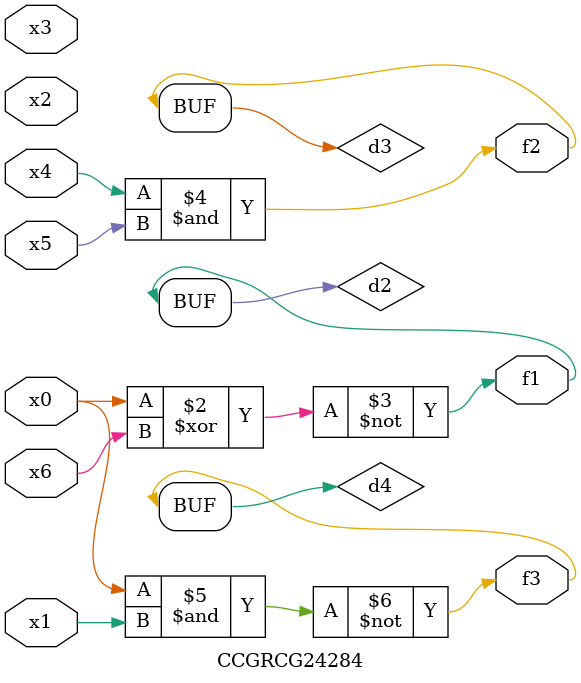
<source format=v>
module CCGRCG24284(
	input x0, x1, x2, x3, x4, x5, x6,
	output f1, f2, f3
);

	wire d1, d2, d3, d4;

	nor (d1, x0);
	xnor (d2, x0, x6);
	and (d3, x4, x5);
	nand (d4, x0, x1);
	assign f1 = d2;
	assign f2 = d3;
	assign f3 = d4;
endmodule

</source>
